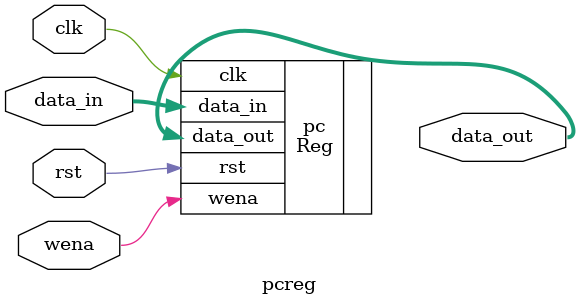
<source format=v>
`timescale 1ns / 1ps

module pcreg(clk,data_in,rst,wena,data_out);
	input clk;
    input [31:0] data_in;
    input rst;
    input wena;
    output [31:0] data_out;
	Reg pc(.data_in(data_in),.clk(clk),.rst(rst),.wena(wena),.data_out(data_out));
endmodule

</source>
